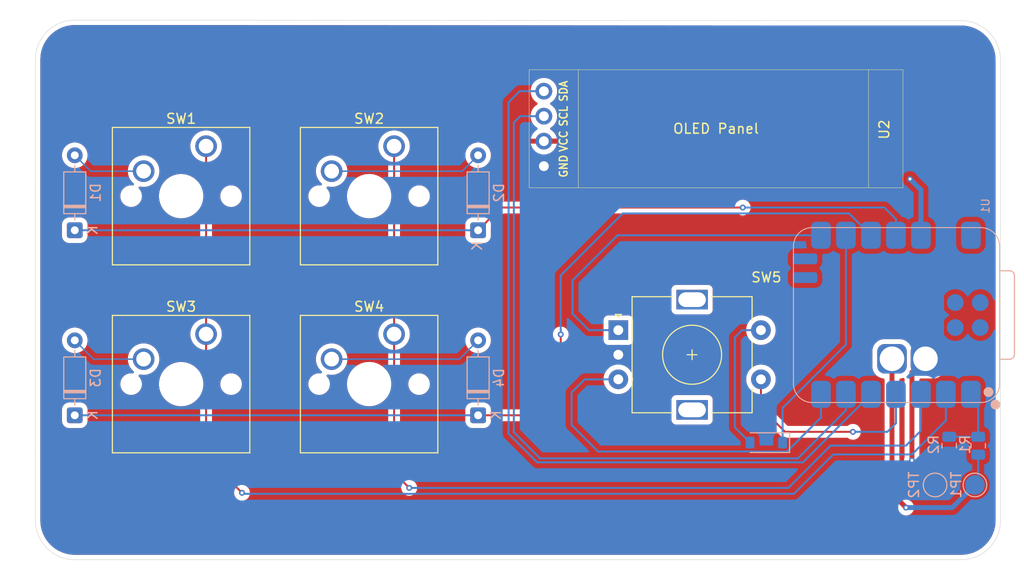
<source format=kicad_pcb>
(kicad_pcb (version 20241229) (generator "pcbnew") (generator_version "9.0")
  (layers (0 "F.Cu" signal) (2 "B.Cu" signal) (13 "F.Paste" user) (15 "B.Paste" user) (5 "F.SilkS" user "F.Silkscreen") (7 "B.SilkS" user "B.Silkscreen") (1 "F.Mask" user) (3 "B.Mask" user) (25 "Edge.Cuts" user))
  (net 0 "")
  (net 1 "Net-(D1-A)")
  (net 2 "GND")
  (net 3 "/ROW 0")
  (net 4 "Net-(D2-A)")
  (net 5 "/ROW 1")
  (net 6 "Net-(D3-A)")
  (net 7 "Net-(D4-A)")
  (net 8 "/BT_PIN")
  (net 9 "/VBAT")
  (net 10 "/COL 0")
  (net 11 "/COL 1")
  (net 12 "/ENC_B")
  (net 13 "/ENC_A")
  (net 14 "/ROW 2")
  (net 15 "/COL 2")
  (net 17 "Net-(D5-A)")
  (net 24 "/SCL_SCK")
  (net 25 "VCC")
  (net 26 "/SDA")
  (footprint "Rotary_Encoder:RotaryEncoder_Alps_EC11E-Switch_Vertical_H20mm" (layer "F.Cu") (at 142.75 63.765)
    (property "Reference" "SW5" (at 15.05 -5.365 0) (layer "F.SilkS"))
    (property "Value" "RotaryEncoder_Switch")
    (fp_line (start -0.3 -1.6) (end 0.3 -1.6) (stroke (width 0.12)) (layer "F.SilkS"))
    (fp_line (start 0 -1.3) (end -0.3 -1.6) (stroke (width 0.12)) (layer "F.SilkS"))
    (fp_line (start 0.3 -1.6) (end 0 -1.3) (stroke (width 0.12)) (layer "F.SilkS"))
    (fp_line (start 1.4 -3.4) (end 1.4 8.4) (stroke (width 0.12)) (layer "F.SilkS"))
    (fp_line (start 5.5 -3.4) (end 1.4 -3.4) (stroke (width 0.12)) (layer "F.SilkS"))
    (fp_line (start 5.5 8.4) (end 1.4 8.4) (stroke (width 0.12)) (layer "F.SilkS"))
    (fp_line (start 7 2.5) (end 8 2.5) (stroke (width 0.12)) (layer "F.SilkS"))
    (fp_line (start 7.5 2) (end 7.5 3) (stroke (width 0.12)) (layer "F.SilkS"))
    (fp_line (start 9.5 -3.4) (end 13.6 -3.4) (stroke (width 0.12)) (layer "F.SilkS"))
    (fp_line (start 13.6 -3.4) (end 13.6 -1) (stroke (width 0.12)) (layer "F.SilkS"))
    (fp_line (start 13.6 1.2) (end 13.6 3.8) (stroke (width 0.12)) (layer "F.SilkS"))
    (fp_line (start 13.6 6) (end 13.6 8.4) (stroke (width 0.12)) (layer "F.SilkS"))
    (fp_line (start 13.6 8.4) (end 9.5 8.4) (stroke (width 0.12)) (layer "F.SilkS"))
    (fp_circle (center 7.5 2.5) (end 10.5 2.5) (stroke (width 0.12)) (fill no) (layer "F.SilkS"))
    (pad "A" thru_hole rect (at 0 0) (size 2 2) (drill 1) (layers "*.Cu" "*.Mask") (net 13 "/ENC_A"))
    (pad "B" thru_hole circle (at 0 5) (size 2 2) (drill 1) (layers "*.Cu" "*.Mask") (net 12 "/ENC_B"))
    (pad "C" thru_hole circle (at 0 2.5) (size 2 2) (drill 1) (layers "*.Cu" "*.Mask") (net 2 "GND"))
    (pad "MP" thru_hole rect (at 7.5 -3.1) (size 3.2 2) (drill oval 2.8 1.5) (layers "*.Cu" "*.Mask"))
    (pad "MP" thru_hole rect (at 7.5 8.1) (size 3.2 2) (drill oval 2.8 1.5) (layers "*.Cu" "*.Mask"))
    (pad "S1" thru_hole circle (at 14.5 5) (size 2 2) (drill 1) (layers "*.Cu" "*.Mask") (net 15 "/COL 2"))
    (pad "S2" thru_hole circle (at 14.5 0) (size 2 2) (drill 1) (layers "*.Cu" "*.Mask") (net 17 "Net-(D5-A)"))
  )
  (footprint "Button_Switch_Keyboard:SW_Cherry_MX_1.00u_PCB" (layer "F.Cu") (at 119.96 64.17)
    (property "Reference" "SW4" (at -2.54 -2.794 0) (layer "F.SilkS"))
    (property "Value" "SW_Push")
    (fp_line (start -9.525 -1.905) (end 4.445 -1.905) (stroke (width 0.12)) (layer "F.SilkS"))
    (fp_line (start -9.525 12.065) (end -9.525 -1.905) (stroke (width 0.12)) (layer "F.SilkS"))
    (fp_line (start 4.445 -1.905) (end 4.445 12.065) (stroke (width 0.12)) (layer "F.SilkS"))
    (fp_line (start 4.445 12.065) (end -9.525 12.065) (stroke (width 0.12)) (layer "F.SilkS"))
    (pad "" np_thru_hole circle (at -7.62 5.08) (size 1.7 1.7) (drill 1.7) (layers "*.Cu" "*.Mask"))
    (pad "" np_thru_hole circle (at -2.54 5.08) (size 4 4) (drill 4) (layers "*.Cu" "*.Mask"))
    (pad "" np_thru_hole circle (at 2.54 5.08) (size 1.7 1.7) (drill 1.7) (layers "*.Cu" "*.Mask"))
    (pad "1" thru_hole circle (at 0 0) (size 2.2 2.2) (drill 1.5) (layers "*.Cu" "*.Mask") (net 11 "/COL 1"))
    (pad "2" thru_hole circle (at -6.35 2.54) (size 2.2 2.2) (drill 1.5) (layers "*.Cu" "*.Mask") (net 7 "Net-(D4-A)"))
  )
  (footprint "zzz_Project:SSD1306-0.91-OLED-4pin-128x32" (layer "F.Cu") (at 171.685 49.285 180)
    (property "Reference" "U2" (at 1.9 5.91 90) (layer "F.SilkS"))
    (property "Value" "128x32_OLED_S")
    (fp_line (start 38 12) (end 38 0) (stroke (width 0.04)) (layer "F.SilkS"))
    (fp_line (start 38 0) (end 0 0) (stroke (width 0.04)) (layer "F.SilkS"))
    (fp_line (start 33 0) (end 33 12) (stroke (width 0.04)) (layer "F.SilkS"))
    (fp_line (start 3.5 0) (end 3.5 12) (stroke (width 0.04)) (layer "F.SilkS"))
    (fp_line (start 0 12) (end 38 12) (stroke (width 0.04)) (layer "F.SilkS"))
    (fp_line (start 0 0) (end 0 12) (stroke (width 0.04)) (layer "F.SilkS"))
    (fp_text user "GND" (at 34.5 2.19 90) (layer "F.SilkS") (effects (font (size 0.8 0.75))))
    (fp_text user "OLED Panel" (at 19 6 0) (layer "F.SilkS"))
    (fp_text user "SCL" (at 34.5 7.27 90) (layer "F.SilkS") (effects (font (size 0.8 0.75))))
    (fp_text user "VCC" (at 34.5 4.73 90) (layer "F.SilkS") (effects (font (size 0.8 0.75))))
    (fp_text user "SDA" (at 34.5 9.81 90) (layer "F.SilkS") (effects (font (size 0.8 0.75))))
    (pad "1" thru_hole rect (at 36.5 2.19 180) (size 1.7 1.7) (drill 1) (layers "*.Cu" "*.Mask") (net 2 "GND"))
    (pad "2" thru_hole oval (at 36.5 4.73 180) (size 1.7 1.7) (drill 1) (layers "*.Cu" "*.Mask") (net 25 "VCC"))
    (pad "3" thru_hole oval (at 36.5 7.27 180) (size 1.7 1.7) (drill 1) (layers "*.Cu" "*.Mask") (net 24 "/SCL_SCK"))
    (pad "4" thru_hole oval (at 36.5 9.81 180) (size 1.7 1.7) (drill 1) (layers "*.Cu" "*.Mask") (net 26 "/SDA"))
  )
  (footprint "Button_Switch_Keyboard:SW_Cherry_MX_1.00u_PCB" (layer "F.Cu") (at 100.85 45.06375)
    (property "Reference" "SW1" (at -2.54 -2.794 0) (layer "F.SilkS"))
    (property "Value" "SW_Push")
    (fp_line (start -9.525 -1.905) (end 4.445 -1.905) (stroke (width 0.12)) (layer "F.SilkS"))
    (fp_line (start -9.525 12.065) (end -9.525 -1.905) (stroke (width 0.12)) (layer "F.SilkS"))
    (fp_line (start 4.445 -1.905) (end 4.445 12.065) (stroke (width 0.12)) (layer "F.SilkS"))
    (fp_line (start 4.445 12.065) (end -9.525 12.065) (stroke (width 0.12)) (layer "F.SilkS"))
    (pad "" np_thru_hole circle (at -7.62 5.08) (size 1.7 1.7) (drill 1.7) (layers "*.Cu" "*.Mask"))
    (pad "" np_thru_hole circle (at -2.54 5.08) (size 4 4) (drill 4) (layers "*.Cu" "*.Mask"))
    (pad "" np_thru_hole circle (at 2.54 5.08) (size 1.7 1.7) (drill 1.7) (layers "*.Cu" "*.Mask"))
    (pad "1" thru_hole circle (at 0 0) (size 2.2 2.2) (drill 1.5) (layers "*.Cu" "*.Mask") (net 10 "/COL 0"))
    (pad "2" thru_hole circle (at -6.35 2.54) (size 2.2 2.2) (drill 1.5) (layers "*.Cu" "*.Mask") (net 1 "Net-(D1-A)"))
  )
  (footprint "Button_Switch_Keyboard:SW_Cherry_MX_1.00u_PCB" (layer "F.Cu") (at 100.85 64.17)
    (property "Reference" "SW3" (at -2.54 -2.794 0) (layer "F.SilkS"))
    (property "Value" "SW_Push")
    (fp_line (start -9.525 -1.905) (end 4.445 -1.905) (stroke (width 0.12)) (layer "F.SilkS"))
    (fp_line (start -9.525 12.065) (end -9.525 -1.905) (stroke (width 0.12)) (layer "F.SilkS"))
    (fp_line (start 4.445 -1.905) (end 4.445 12.065) (stroke (width 0.12)) (layer "F.SilkS"))
    (fp_line (start 4.445 12.065) (end -9.525 12.065) (stroke (width 0.12)) (layer "F.SilkS"))
    (pad "" np_thru_hole circle (at -7.62 5.08) (size 1.7 1.7) (drill 1.7) (layers "*.Cu" "*.Mask"))
    (pad "" np_thru_hole circle (at -2.54 5.08) (size 4 4) (drill 4) (layers "*.Cu" "*.Mask"))
    (pad "" np_thru_hole circle (at 2.54 5.08) (size 1.7 1.7) (drill 1.7) (layers "*.Cu" "*.Mask"))
    (pad "1" thru_hole circle (at 0 0) (size 2.2 2.2) (drill 1.5) (layers "*.Cu" "*.Mask") (net 10 "/COL 0"))
    (pad "2" thru_hole circle (at -6.35 2.54) (size 2.2 2.2) (drill 1.5) (layers "*.Cu" "*.Mask") (net 6 "Net-(D3-A)"))
  )
  (footprint "Button_Switch_Keyboard:SW_Cherry_MX_1.00u_PCB" (layer "F.Cu") (at 119.96 45.06375)
    (property "Reference" "SW2" (at -2.54 -2.794 0) (layer "F.SilkS"))
    (property "Value" "SW_Push")
    (fp_line (start -9.525 -1.905) (end 4.445 -1.905) (stroke (width 0.12)) (layer "F.SilkS"))
    (fp_line (start -9.525 12.065) (end -9.525 -1.905) (stroke (width 0.12)) (layer "F.SilkS"))
    (fp_line (start 4.445 -1.905) (end 4.445 12.065) (stroke (width 0.12)) (layer "F.SilkS"))
    (fp_line (start 4.445 12.065) (end -9.525 12.065) (stroke (width 0.12)) (layer "F.SilkS"))
    (pad "" np_thru_hole circle (at -7.62 5.08) (size 1.7 1.7) (drill 1.7) (layers "*.Cu" "*.Mask"))
    (pad "" np_thru_hole circle (at -2.54 5.08) (size 4 4) (drill 4) (layers "*.Cu" "*.Mask"))
    (pad "" np_thru_hole circle (at 2.54 5.08) (size 1.7 1.7) (drill 1.7) (layers "*.Cu" "*.Mask"))
    (pad "1" thru_hole circle (at 0 0) (size 2.2 2.2) (drill 1.5) (layers "*.Cu" "*.Mask") (net 11 "/COL 1"))
    (pad "2" thru_hole circle (at -6.35 2.54) (size 2.2 2.2) (drill 1.5) (layers "*.Cu" "*.Mask") (net 4 "Net-(D2-A)"))
  )
  (footprint "Modified:modified-XIAO-nRF52840-SMD" (layer "B.Cu") (at 170.9715 62.175 90)
    (property "Reference" "U1" (at 10.175 8.632 90) (layer "B.SilkS") (effects (font (size 0.8 0.78232) (thickness 0.10668)) (justify right top mirror)))
    (property "Value" "XIAO-nRF52840-SMD")
    (fp_line (start -7.04 -10.418) (end 6.93 -10.418) (stroke (width 0.1)) (layer "B.SilkS"))
    (fp_line (start 8.835 -8.513) (end 8.835 8.632) (stroke (width 0.1)) (layer "B.SilkS"))
    (fp_line (start -8.945 -8.513) (end -8.945 8.632) (stroke (width 0.1)) (layer "B.SilkS"))
    (fp_line (start 6.93 10.537) (end -7.04 10.537) (stroke (width 0.1)) (layer "B.SilkS"))
    (fp_line (start -4.55 10.537) (end -4.546272 11.547272) (stroke (width 0.127)) (layer "B.SilkS"))
    (fp_line (start 4.449 11.547) (end 4.449 10.537) (stroke (width 0.127)) (layer "B.SilkS"))
    (fp_line (start -4.046272 12.047) (end 3.949 12.047) (stroke (width 0.127)) (layer "B.SilkS"))
    (fp_arc (start 6.93 -10.418) (mid 8.277038 -9.860038) (end 8.835 -8.513) (stroke (width 0.1)) (layer "B.SilkS"))
    (fp_arc (start -8.945 -8.513) (mid -8.387038 -9.860038) (end -7.04 -10.418) (stroke (width 0.1)) (layer "B.SilkS"))
    (fp_arc (start 8.835 8.632) (mid 8.277024 9.979024) (end 6.93 10.537) (stroke (width 0.1)) (layer "B.SilkS"))
    (fp_arc (start -7.04 10.541) (mid -8.387038 9.983038) (end -8.945 8.636) (stroke (width 0.1)) (layer "B.SilkS"))
    (fp_arc (start 4.449 11.547) (mid 4.302524 11.900524) (end 3.949 12.047) (stroke (width 0.127)) (layer "B.SilkS"))
    (fp_arc (start -4.046272 12.047) (mid -4.399724 11.900644) (end -4.546272 11.547272) (stroke (width 0.127)) (layer "B.SilkS"))
    (fp_circle (center -7.881 9.404) (end -7.881 9.658) (stroke (width 0.5)) (fill yes) (layer "B.SilkS"))
    (fp_circle (center -9.155 10.121) (end -9.155 10.375) (stroke (width 0.5)) (fill yes) (layer "B.SilkS"))
    (pad "1" smd roundrect (at -8.11 7.62 90) (size 2.75 2) (layers "B.Cu" "B.Mask" "B.Paste") (net 8 "/BT_PIN"))
    (pad "2" smd roundrect (at -8.11 5.08 90) (size 2.75 2) (layers "B.Cu" "B.Mask" "B.Paste") (net 10 "/COL 0"))
    (pad "3" smd roundrect (at -8.11 2.54 90) (size 2.75 2) (layers "B.Cu" "B.Mask" "B.Paste") (net 11 "/COL 1"))
    (pad "4" smd roundrect (at -8.11 0 90) (size 2.75 2) (layers "B.Cu" "B.Mask" "B.Paste") (net 15 "/COL 2"))
    (pad "5" smd roundrect (at -8.11 -2.54 90) (size 2.75 2) (layers "B.Cu" "B.Mask" "B.Paste") (net 26 "/SDA"))
    (pad "6" smd roundrect (at -8.11 -5.08 90) (size 2.75 2) (layers "B.Cu" "B.Mask" "B.Paste") (net 24 "/SCL_SCK"))
    (pad "7" smd roundrect (at -8.11 -7.62 90) (size 2.75 2) (layers "B.Cu" "B.Mask" "B.Paste") (net 12 "/ENC_B"))
    (pad "8" smd roundrect (at 8.055 -7.62 90) (size 2.75 2) (layers "B.Cu" "B.Mask" "B.Paste") (net 13 "/ENC_A"))
    (pad "9" smd roundrect (at 8.055 -5.08 90) (size 2.75 2) (layers "B.Cu" "B.Mask" "B.Paste") (net 14 "/ROW 2"))
    (pad "10" smd roundrect (at 8.055 -2.54 90) (size 2.75 2) (layers "B.Cu" "B.Mask" "B.Paste") (net 5 "/ROW 1"))
    (pad "11" smd roundrect (at 8.055 0 90) (size 2.75 2) (layers "B.Cu" "B.Mask" "B.Paste") (net 3 "/ROW 0"))
    (pad "12" smd roundrect (at 8.055 2.54 90) (size 2.75 2) (layers "B.Cu" "B.Mask" "B.Paste") (net 25 "VCC"))
    (pad "13" smd roundrect (at 8.055 5.08 90) (size 2.75 2) (layers "B.Cu" "B.Mask" "B.Paste") (net 2 "GND"))
    (pad "14" smd roundrect (at 8.055 7.62 90) (size 2.75 2) (layers "B.Cu" "B.Mask" "B.Paste"))
    (pad "15" thru_hole roundrect (at -4.5 -0.4 270) (size 3 3) (drill oval 2.5) (layers "*.Cu" "*.Mask") (net 9 "/VBAT"))
    (pad "16" thru_hole roundrect (at -4.5 3 270) (size 3 3) (drill oval 2.5) (layers "*.Cu" "*.Mask") (net 2 "GND"))
    (pad "17" smd roundrect (at 3.755 -9.2369 180) (size 2.5 1.1) (layers "B.Cu" "B.Mask" "B.Paste"))
    (pad "18" smd roundrect (at 5.66 -9.2369 180) (size 2.5 1.1) (layers "B.Cu" "B.Mask" "B.Paste"))
    (pad "19" smd circle (at -1.325 8.5685 90) (size 1.7 1.7) (layers "B.Cu" "B.Mask" "B.Paste"))
    (pad "20" smd circle (at 1.215 8.5685 90) (size 1.7 1.7) (layers "B.Cu" "B.Mask" "B.Paste"))
    (pad "21" smd circle (at -1.325 6.0285 90) (size 1.7 1.7) (layers "B.Cu" "B.Mask" "B.Paste"))
    (pad "22" smd circle (at 1.215 6.0285 90) (size 1.7 1.7) (layers "B.Cu" "B.Mask" "B.Paste"))
  )
  (footprint "Resistor_SMD:R_0805_2012Metric" (layer "B.Cu") (at 176.3846 75.5105 -90)
    (property "Reference" "R2" (at -0.1105 1.5846 90) (layer "B.SilkS") (effects (justify mirror)))
    (property "Value" "2M" (hide yes))
    (fp_line (start -0.227064 0.735) (end 0.227064 0.735) (stroke (width 0.12)) (layer "B.SilkS"))
    (fp_line (start -0.227064 -0.735) (end 0.227064 -0.735) (stroke (width 0.12)) (layer "B.SilkS"))
    (pad "1" smd roundrect (at -0.9125 0 270) (size 1.025 1.4) (layers "B.Cu" "B.Mask" "B.Paste") (roundrect_rratio 0.243902) (net 8 "/BT_PIN"))
    (pad "2" smd roundrect (at 0.9125 0 270) (size 1.025 1.4) (layers "B.Cu" "B.Mask" "B.Paste") (roundrect_rratio 0.243902) (net 2 "GND"))
  )
  (footprint "Diode_SMD:D_SOD-123" (layer "B.Cu") (at 157.8 75.2 180)
    (property "Reference" "D5" (hide yes))
    (property "Value" "1N4148W" (hide yes))
    (fp_line (start -2.36 1) (end 1.65 1) (stroke (width 0.12)) (layer "B.SilkS"))
    (fp_line (start -2.36 1) (end -2.36 -1) (stroke (width 0.12)) (layer "B.SilkS"))
    (fp_line (start -2.36 -1) (end 1.65 -1) (stroke (width 0.12)) (layer "B.SilkS"))
    (pad "1" smd roundrect (at -1.65 0 180) (size 0.9 1.2) (layers "B.Cu" "B.Mask" "B.Paste") (net 14 "/ROW 2"))
    (pad "2" smd roundrect (at 1.65 0 180) (size 0.9 1.2) (layers "B.Cu" "B.Mask" "B.Paste") (net 17 "Net-(D5-A)"))
  )
  (footprint "Diode_THT:D_DO-35_SOD27_P7.62mm_Horizontal" (layer "B.Cu") (at 87.5 72.42 90)
    (property "Reference" "D3" (at 3.81 2.12 90) (layer "B.SilkS") (effects (justify mirror)))
    (property "Value" "D")
    (fp_line (start 6.58 0) (end 5.93 0) (stroke (width 0.12)) (layer "B.SilkS"))
    (fp_line (start 1.04 0) (end 1.69 0) (stroke (width 0.12)) (layer "B.SilkS"))
    (fp_line (start 2.53 1.12) (end 2.53 -1.12) (stroke (width 0.12)) (layer "B.SilkS"))
    (fp_line (start 2.41 1.12) (end 2.41 -1.12) (stroke (width 0.12)) (layer "B.SilkS"))
    (fp_line (start 2.29 1.12) (end 2.29 -1.12) (stroke (width 0.12)) (layer "B.SilkS"))
    (fp_rect (start 1.69 1.12) (end 5.93 -1.12) (stroke (width 0.12)) (fill no) (layer "B.SilkS"))
    (fp_text user "K" (at 0 1.8 90) (layer "B.SilkS") (effects (justify mirror)))
    (pad "1" thru_hole roundrect (at 0 0 90) (size 1.6 1.6) (drill 0.8) (layers "*.Cu" "*.Mask") (roundrect_rratio 0.15625) (net 5 "/ROW 1"))
    (pad "2" thru_hole circle (at 7.62 0 90) (size 1.6 1.6) (drill 0.8) (layers "*.Cu" "*.Mask") (net 6 "Net-(D3-A)"))
  )
  (footprint "TestPoint:TestPoint_Pad_D2.0mm" (layer "B.Cu") (at 179 79.5 90)
    (property "Reference" "TP1" (at 0 -1.9 90) (layer "B.SilkS") (effects (justify mirror)))
    (property "Value" "TestPoint")
    (fp_circle (center 0 0) (end 0 -1.2) (stroke (width 0.12)) (fill no) (layer "B.SilkS"))
    (pad "1" smd circle (at 0 0 90) (size 2 2) (layers "B.Cu" "B.Mask") (net 9 "/VBAT"))
  )
  (footprint "Resistor_SMD:R_0805_2012Metric" (layer "B.Cu") (at 179.3346 75.5105 90)
    (property "Reference" "R1" (at 0.1105 -1.3346 90) (layer "B.SilkS") (effects (justify mirror)))
    (property "Value" "806k" (hide yes))
    (fp_line (start -0.227064 -0.735) (end 0.227064 -0.735) (stroke (width 0.12)) (layer "B.SilkS"))
    (fp_line (start -0.227064 0.735) (end 0.227064 0.735) (stroke (width 0.12)) (layer "B.SilkS"))
    (pad "1" smd roundrect (at -0.9125 0 90) (size 1.025 1.4) (layers "B.Cu" "B.Mask" "B.Paste") (roundrect_rratio 0.243902) (net 9 "/VBAT"))
    (pad "2" smd roundrect (at 0.9125 0 90) (size 1.025 1.4) (layers "B.Cu" "B.Mask" "B.Paste") (roundrect_rratio 0.243902) (net 8 "/BT_PIN"))
  )
  (footprint "Diode_THT:D_DO-35_SOD27_P7.62mm_Horizontal" (layer "B.Cu") (at 128.5 53.61 90)
    (property "Reference" "D2" (at 3.81 2.12 90) (layer "B.SilkS") (effects (justify mirror)))
    (property "Value" "D")
    (fp_line (start 6.58 0) (end 5.93 0) (stroke (width 0.12)) (layer "B.SilkS"))
    (fp_line (start 1.04 0) (end 1.69 0) (stroke (width 0.12)) (layer "B.SilkS"))
    (fp_line (start 2.53 1.12) (end 2.53 -1.12) (stroke (width 0.12)) (layer "B.SilkS"))
    (fp_line (start 2.41 1.12) (end 2.41 -1.12) (stroke (width 0.12)) (layer "B.SilkS"))
    (fp_line (start 2.29 1.12) (end 2.29 -1.12) (stroke (width 0.12)) (layer "B.SilkS"))
    (fp_rect (start 1.69 1.12) (end 5.93 -1.12) (stroke (width 0.12)) (fill no) (layer "B.SilkS"))
    (fp_text user "K" (at -1.59 -0.1 90) (layer "B.SilkS") (effects (justify mirror)))
    (pad "1" thru_hole roundrect (at 0 0 90) (size 1.6 1.6) (drill 0.8) (layers "*.Cu" "*.Mask") (roundrect_rratio 0.15625) (net 3 "/ROW 0"))
    (pad "2" thru_hole circle (at 7.62 0 90) (size 1.6 1.6) (drill 0.8) (layers "*.Cu" "*.Mask") (net 4 "Net-(D2-A)"))
  )
  (footprint "TestPoint:TestPoint_Pad_D2.0mm" (layer "B.Cu") (at 174.95 79.5 90)
    (property "Reference" "TP2" (at 0 -2.15 90) (layer "B.SilkS") (effects (justify mirror)))
    (property "Value" "TestPoint")
    (fp_circle (center 0 0) (end 0 -1.2) (stroke (width 0.12)) (fill no) (layer "B.SilkS"))
    (pad "1" smd circle (at 0 0 90) (size 2 2) (layers "B.Cu" "B.Mask") (net 2 "GND"))
  )
  (footprint "Diode_THT:D_DO-35_SOD27_P7.62mm_Horizontal" (layer "B.Cu") (at 128.5 72.42 90)
    (property "Reference" "D4" (at 3.81 2.12 90) (layer "B.SilkS") (effects (justify mirror)))
    (property "Value" "D")
    (fp_line (start 6.58 0) (end 5.93 0) (stroke (width 0.12)) (layer "B.SilkS"))
    (fp_line (start 1.04 0) (end 1.69 0) (stroke (width 0.12)) (layer "B.SilkS"))
    (fp_line (start 2.53 1.12) (end 2.53 -1.12) (stroke (width 0.12)) (layer "B.SilkS"))
    (fp_line (start 2.41 1.12) (end 2.41 -1.12) (stroke (width 0.12)) (layer "B.SilkS"))
    (fp_line (start 2.29 1.12) (end 2.29 -1.12) (stroke (width 0.12)) (layer "B.SilkS"))
    (fp_rect (start 1.69 1.12) (end 5.93 -1.12) (stroke (width 0.12)) (fill no) (layer "B.SilkS"))
    (fp_text user "K" (at 0 1.8 90) (layer "B.SilkS") (effects (justify mirror)))
    (pad "1" thru_hole roundrect (at 0 0 90) (size 1.6 1.6) (drill 0.8) (layers "*.Cu" "*.Mask") (roundrect_rratio 0.15625) (net 5 "/ROW 1"))
    (pad "2" thru_hole circle (at 7.62 0 90) (size 1.6 1.6) (drill 0.8) (layers "*.Cu" "*.Mask") (net 7 "Net-(D4-A)"))
  )
  (footprint "Diode_THT:D_DO-35_SOD27_P7.62mm_Horizontal" (layer "B.Cu") (at 87.5 53.61 90)
    (property "Reference" "D1" (at 3.81 2.12 90) (layer "B.SilkS") (effects (justify mirror)))
    (property "Value" "D")
    (fp_line (start 6.58 0) (end 5.93 0) (stroke (width 0.12)) (layer "B.SilkS"))
    (fp_line (start 1.04 0) (end 1.69 0) (stroke (width 0.12)) (layer "B.SilkS"))
    (fp_line (start 2.53 1.12) (end 2.53 -1.12) (stroke (width 0.12)) (layer "B.SilkS"))
    (fp_line (start 2.41 1.12) (end 2.41 -1.12) (stroke (width 0.12)) (layer "B.SilkS"))
    (fp_line (start 2.29 1.12) (end 2.29 -1.12) (stroke (width 0.12)) (layer "B.SilkS"))
    (fp_rect (start 1.69 1.12) (end 5.93 -1.12) (stroke (width 0.12)) (fill no) (layer "B.SilkS"))
    (fp_text user "K" (at 0 1.8 90) (layer "B.SilkS") (effects (justify mirror)))
    (pad "1" thru_hole roundrect (at 0 0 90) (size 1.6 1.6) (drill 0.8) (layers "*.Cu" "*.Mask") (roundrect_rratio 0.15625) (net 3 "/ROW 0"))
    (pad "2" thru_hole circle (at 7.62 0 90) (size 1.6 1.6) (drill 0.8) (layers "*.Cu" "*.Mask") (net 1 "Net-(D1-A)"))
  )
  (gr_line (start 170.8 87.1) (end 100.9 87.1) (stroke (width 0.05)) (layer "Edge.Cuts"))
  (gr_line (start 181.6 36.3) (end 181.6 43.1) (stroke (width 0.05)) (layer "Edge.Cuts"))
  (gr_line (start 177.6 32.3) (end 164.2 32.3) (stroke (width 0.05)) (layer "Edge.Cuts"))
  (gr_arc (start 87.5 87.1) (mid 84.671573 85.928427) (end 83.5 83.1) (stroke (width 0.05)) (layer "Edge.Cuts"))
  (gr_arc (start 177.6 32.3) (mid 180.428427 33.471573) (end 181.6 36.3) (stroke (width 0.05)) (layer "Edge.Cuts"))
  (gr_arc (start 83.5 36.25) (mid 84.671573 33.421573) (end 87.5 32.25) (stroke (width 0.05)) (layer "Edge.Cuts"))
  (gr_line (start 83.5 36.25) (end 83.5 49.7) (stroke (width 0.05)) (layer "Edge.Cuts"))
  (gr_arc (start 181.6 83.1) (mid 180.428427 85.928427) (end 177.6 87.1) (stroke (width 0.05)) (layer "Edge.Cuts"))
  (gr_line (start 87.5 87.1) (end 100.9 87.1) (stroke (width 0.05)) (layer "Edge.Cuts"))
  (gr_line (start 181.6 69.7) (end 181.6 43.1) (stroke (width 0.05)) (layer "Edge.Cuts"))
  (gr_line (start 87.5 32.25) (end 94.3 32.25) (stroke (width 0.05)) (layer "Edge.Cuts"))
  (gr_line (start 94.3 32.25) (end 164.2 32.3) (stroke (width 0.05)) (layer "Edge.Cuts"))
  (gr_line (start 83.5 83.1) (end 83.5 76.3) (stroke (width 0.05)) (layer "Edge.Cuts"))
  (gr_line (start 177.6 87.1) (end 170.8 87.1) (stroke (width 0.05)) (layer "Edge.Cuts"))
  (gr_line (start 181.6 83.1) (end 181.6 69.7) (stroke (width 0.05)) (layer "Edge.Cuts"))
  (gr_line (start 83.5 76.3) (end 83.5 49.7) (stroke (width 0.05)) (layer "Edge.Cuts"))
  (segment (start 94.5 47.60375) (end 89.11375 47.60375) (width 0.15) (layer "B.Cu") (net 1))
  (segment (start 89.11375 47.60375) (end 87.5 45.99) (width 0.15) (layer "B.Cu") (net 1))
  (segment (start 173.9715 66.675) (end 172.6 68.0465) (width 0.5) (layer "F.Cu") (net 2))
  (segment (start 172.6 68.0465) (end 172.6 77) (width 0.5) (layer "F.Cu") (net 2))
  (via (at 172.6 77) (size 0.6) (drill 0.3) (layers "F.Cu" "B.Cu") (net 2))
  (segment (start 176.0515 54.12) (end 176.0515 49.4515) (width 0.5) (layer "B.Cu") (net 2))
  (segment (start 175.6 65.0465) (end 175.6 54.5715) (width 0.5) (layer "B.Cu") (net 2))
  (segment (start 173.9715 66.675) (end 175.6 65.0465) (width 0.5) (layer "B.Cu") (net 2))
  (segment (start 174.95 79.5) (end 176.3846 78.0654) (width 0.2) (layer "B.Cu") (net 2))
  (segment (start 175.6 54.5715) (end 176.0515 54.12) (width 0.5) (layer "B.Cu") (net 2))
  (segment (start 173.695 47.095) (end 135.185 47.095) (width 0.5) (layer "B.Cu") (net 2))
  (segment (start 172.6 77.15) (end 174.95 79.5) (width 0.5) (layer "B.Cu") (net 2))
  (segment (start 176.3846 78.0654) (end 176.3846 76.423) (width 0.2) (layer "B.Cu") (net 2))
  (segment (start 172.6 77) (end 172.6 77.15) (width 0.5) (layer "B.Cu") (net 2))
  (segment (start 176.0515 49.4515) (end 173.695 47.095) (width 0.5) (layer "B.Cu") (net 2))
  (segment (start 130.81 51.3) (end 128.5 53.61) (width 0.2) (layer "F.Cu") (net 3))
  (segment (start 155.4 51.3) (end 130.81 51.3) (width 0.2) (layer "F.Cu") (net 3))
  (via (at 155.4 51.3) (size 0.6) (drill 0.3) (layers "F.Cu" "B.Cu") (net 3))
  (segment (start 170.9715 54.12) (end 170.9715 52.4715) (width 0.2) (layer "B.Cu") (net 3))
  (segment (start 169.8 51.3) (end 155.4 51.3) (width 0.2) (layer "B.Cu") (net 3))
  (segment (start 169.8 51.3) (end 170.9715 52.4715) (width 0.2) (layer "B.Cu") (net 3))
  (segment (start 87.5 53.61) (end 128.5 53.61) (width 0.2) (layer "B.Cu") (net 3))
  (segment (start 113.61 47.60375) (end 126.88625 47.60375) (width 0.15) (layer "B.Cu") (net 4))
  (segment (start 126.88625 47.60375) (end 128.5 45.99) (width 0.15) (layer "B.Cu") (net 4))
  (segment (start 136.9 69.6) (end 134.08 72.42) (width 0.2) (layer "F.Cu") (net 5))
  (segment (start 134.08 72.42) (end 128.5 72.42) (width 0.2) (layer "F.Cu") (net 5))
  (segment (start 136.9 64.2) (end 136.9 69.6) (width 0.2) (layer "F.Cu") (net 5))
  (via (at 136.9 64.2) (size 0.6) (drill 0.3) (layers "F.Cu" "B.Cu") (net 5))
  (segment (start 143.199 51.901) (end 136.9 58.2) (width 0.2) (layer "B.Cu") (net 5))
  (segment (start 136.9 58.2) (end 136.9 64.2) (width 0.2) (layer "B.Cu") (net 5))
  (segment (start 168.4315 54.12) (end 166.2125 51.901) (width 0.2) (layer "B.Cu") (net 5))
  (segment (start 166.2125 51.901) (end 143.199 51.901) (width 0.2) (layer "B.Cu") (net 5))
  (segment (start 87.5 72.42) (end 128.5 72.42) (width 0.2) (layer "B.Cu") (net 5))
  (segment (start 89.41 66.71) (end 87.5 64.8) (width 0.15) (layer "B.Cu") (net 6))
  (segment (start 94.5 66.71) (end 89.41 66.71) (width 0.15) (layer "B.Cu") (net 6))
  (segment (start 126.59 66.71) (end 128.5 64.8) (width 0.15) (layer "B.Cu") (net 7))
  (segment (start 113.61 66.71) (end 126.59 66.71) (width 0.15) (layer "B.Cu") (net 7))
  (segment (start 179.3346 74.598) (end 179.3346 71.0281) (width 0.2) (layer "B.Cu") (net 8))
  (segment (start 176.3846 74.598) (end 179.3346 74.598) (width 0.2) (layer "B.Cu") (net 8))
  (segment (start 179.3346 71.0281) (end 178.5915 70.285) (width 0.2) (layer "B.Cu") (net 8))
  (segment (start 170.5715 80.3715) (end 172 81.8) (width 0.5) (layer "F.Cu") (net 9))
  (segment (start 170.5715 66.675) (end 170.5715 80.3715) (width 0.5) (layer "F.Cu") (net 9))
  (via (at 172 81.8) (size 0.6) (drill 0.3) (layers "F.Cu" "B.Cu") (net 9))
  (segment (start 179.3346 79.1654) (end 179 79.5) (width 0.2) (layer "B.Cu") (net 9))
  (segment (start 172 81.8) (end 176.7 81.8) (width 0.5) (layer "B.Cu") (net 9))
  (segment (start 176.7 81.8) (end 179 79.5) (width 0.5) (layer "B.Cu") (net 9))
  (segment (start 179.3346 76.423) (end 179.3346 79.1654) (width 0.2) (layer "B.Cu") (net 9))
  (segment (start 100.85 76.65) (end 104.5 80.3) (width 0.2) (layer "F.Cu") (net 10))
  (segment (start 100.85 45.06375) (end 100.85 64.17) (width 0.2) (layer "F.Cu") (net 10))
  (segment (start 100.85 64.17) (end 100.85 76.65) (width 0.2) (layer "F.Cu") (net 10))
  (via (at 104.5 80.3) (size 0.6) (drill 0.3) (layers "F.Cu" "B.Cu") (net 10))
  (segment (start 172.601 76.399) (end 164.601 76.399) (width 0.2) (layer "B.Cu") (net 10))
  (segment (start 160.6 80.4) (end 104.6 80.4) (width 0.2) (layer "B.Cu") (net 10))
  (segment (start 104.6 80.4) (end 104.5 80.3) (width 0.2) (layer "B.Cu") (net 10))
  (segment (start 164.601 76.399) (end 160.6 80.4) (width 0.2) (layer "B.Cu") (net 10))
  (segment (start 176.0515 72.9485) (end 172.601 76.399) (width 0.2) (layer "B.Cu") (net 10))
  (segment (start 176.0515 70.285) (end 176.0515 72.9485) (width 0.2) (layer "B.Cu") (net 10))
  (segment (start 119.96 78.26) (end 121.5 79.8) (width 0.2) (layer "F.Cu") (net 11))
  (segment (start 119.96 45.06375) (end 119.96 64.17) (width 0.2) (layer "F.Cu") (net 11))
  (segment (start 119.96 64.17) (end 119.96 78.26) (width 0.2) (layer "F.Cu") (net 11))
  (via (at 121.5 79.8) (size 0.6) (drill 0.3) (layers "F.Cu" "B.Cu") (net 11))
  (segment (start 172 75.5) (end 173.5 74) (width 0.2) (layer "B.Cu") (net 11))
  (segment (start 164.334313 75.5) (end 172 75.5) (width 0.2) (layer "B.Cu") (net 11))
  (segment (start 173.5 74) (end 173.5 73) (width 0.2) (layer "B.Cu") (net 11))
  (segment (start 160.034314 79.8) (end 164.334313 75.5) (width 0.2) (layer "B.Cu") (net 11))
  (segment (start 160.034314 79.8) (end 121.5 79.8) (width 0.2) (layer "B.Cu") (net 11))
  (segment (start 173.5115 72.9885) (end 173.5115 70.285) (width 0.2) (layer "B.Cu") (net 11))
  (segment (start 173.5 73) (end 173.5115 72.9885) (width 0.2) (layer "B.Cu") (net 11))
  (segment (start 138 73.4) (end 138 70.1) (width 0.2) (layer "B.Cu") (net 12))
  (segment (start 163.3515 70.285) (end 163.3515 72.64861) (width 0.2) (layer "B.Cu") (net 12))
  (segment (start 159.89911 76.101) (end 140.701 76.101) (width 0.2) (layer "B.Cu") (net 12))
  (segment (start 139.335 68.765) (end 142.75 68.765) (width 0.2) (layer "B.Cu") (net 12))
  (segment (start 163.3515 72.64861) (end 159.89911 76.101) (width 0.2) (layer "B.Cu") (net 12))
  (segment (start 138 70.1) (end 139.335 68.765) (width 0.2) (layer "B.Cu") (net 12))
  (segment (start 140.701 76.101) (end 138 73.4) (width 0.2) (layer "B.Cu") (net 12))
  (segment (start 139.765 63.765) (end 142.75 63.765) (width 0.2) (layer "B.Cu") (net 13))
  (segment (start 138.1 58.7) (end 138.1 62.1) (width 0.2) (layer "B.Cu") (net 13))
  (segment (start 163.3515 54.12) (end 142.68 54.12) (width 0.2) (layer "B.Cu") (net 13))
  (segment (start 142.68 54.12) (end 138.1 58.7) (width 0.2) (layer "B.Cu") (net 13))
  (segment (start 138.1 62.1) (end 139.765 63.765) (width 0.2) (layer "B.Cu") (net 13))
  (segment (start 159.45 75.2) (end 159.45 71.671442) (width 0.2) (layer "B.Cu") (net 14))
  (segment (start 165.8915 65.229942) (end 165.8915 54.12) (width 0.2) (layer "B.Cu") (net 14))
  (segment (start 159.45 71.671442) (end 165.8915 65.229942) (width 0.2) (layer "B.Cu") (net 14))
  (segment (start 159.7 74.1) (end 157.25 71.65) (width 0.2) (layer "F.Cu") (net 15))
  (segment (start 157.25 71.65) (end 157.25 68.765) (width 0.2) (layer "F.Cu") (net 15))
  (segment (start 166.6 74.1) (end 159.7 74.1) (width 0.2) (layer "F.Cu") (net 15))
  (via (at 166.6 74.1) (size 0.6) (drill 0.3) (layers "F.Cu" "B.Cu") (net 15))
  (segment (start 170.1 74.1) (end 166.6 74.1) (width 0.2) (layer "B.Cu") (net 15))
  (segment (start 170.9715 70.285) (end 170.9715 73.2285) (width 0.2) (layer "B.Cu") (net 15))
  (segment (start 170.9715 73.2285) (end 170.1 74.1) (width 0.2) (layer "B.Cu") (net 15))
  (segment (start 155.335 63.765) (end 157.25 63.765) (width 0.2) (layer "B.Cu") (net 17))
  (segment (start 154.6 73.65) (end 154.6 64.5) (width 0.2) (layer "B.Cu") (net 17))
  (segment (start 156.15 75.2) (end 154.6 73.65) (width 0.2) (layer "B.Cu") (net 17))
  (segment (start 154.6 64.5) (end 155.335 63.765) (width 0.2) (layer "B.Cu") (net 17))
  (segment (start 161 76.8) (end 134.8 76.8) (width 0.2) (layer "B.Cu") (net 24))
  (segment (start 132.1325 42.6675) (end 132.785 42.015) (width 0.2) (layer "B.Cu") (net 24))
  (segment (start 132.785 42.015) (end 135.185 42.015) (width 0.2) (layer "B.Cu") (net 24))
  (segment (start 134.8 76.8) (end 132.1325 74.1325) (width 0.2) (layer "B.Cu") (net 24))
  (segment (start 165.8915 71.9085) (end 161 76.8) (width 0.2) (layer "B.Cu") (net 24))
  (segment (start 132.1325 74.1325) (end 132.1325 42.6675) (width 0.2) (layer "B.Cu") (net 24))
  (segment (start 165.8915 70.285) (end 165.8915 71.9085) (width 0.2) (layer "B.Cu") (net 24))
  (segment (start 172.4 48.4) (end 168.555 44.555) (width 0.5) (layer "F.Cu") (net 25))
  (segment (start 168.555 44.555) (end 135.185 44.555) (width 0.5) (layer "F.Cu") (net 25))
  (via (at 172.4 48.4) (size 0.6) (drill 0.3) (layers "F.Cu" "B.Cu") (net 25))
  (segment (start 173.5115 54.12) (end 173.5115 49.5115) (width 0.5) (layer "B.Cu") (net 25))
  (segment (start 173.5115 49.5115) (end 172.4 48.4) (width 0.5) (layer "B.Cu") (net 25))
  (segment (start 134.501 77.201) (end 131.6 74.3) (width 0.2) (layer "B.Cu") (net 26))
  (segment (start 132.725 39.475) (end 135.185 39.475) (width 0.2) (layer "B.Cu") (net 26))
  (segment (start 161.5155 77.201) (end 134.501 77.201) (width 0.2) (layer "B.Cu") (net 26))
  (segment (start 168.4315 70.285) (end 161.5155 77.201) (width 0.2) (layer "B.Cu") (net 26))
  (segment (start 131.6 74.3) (end 131.6 40.6) (width 0.2) (layer "B.Cu") (net 26))
  (segment (start 131.6 40.6) (end 132.725 39.475) (width 0.2) (layer "B.Cu") (net 26))
  (zone (net 25) (net_name "VCC") (layer "F.Cu") (priority 1) (connect_pads (clearance 0.5)) (min_thickness 0.25) (fill yes (thermal_gap 0.5) (thermal_bridge_width 0.5))
    (polygon (pts (xy 80.795399 31.90388) (xy 183.998054 31.803878) (xy 183.699649 88.7) (xy 79.999649 88.8)))
  )
  (zone (net 2) (net_name "GND") (layer "B.Cu") (connect_pads yes (clearance 0.5)) (min_thickness 0.25) (fill yes (thermal_gap 0.5) (thermal_bridge_width 0.5))
    (polygon (pts (xy 80.708322 30.305029) (xy 183.903121 30.205033) (xy 183.6 88) (xy 79.9 88.1)))
  )
)
</source>
